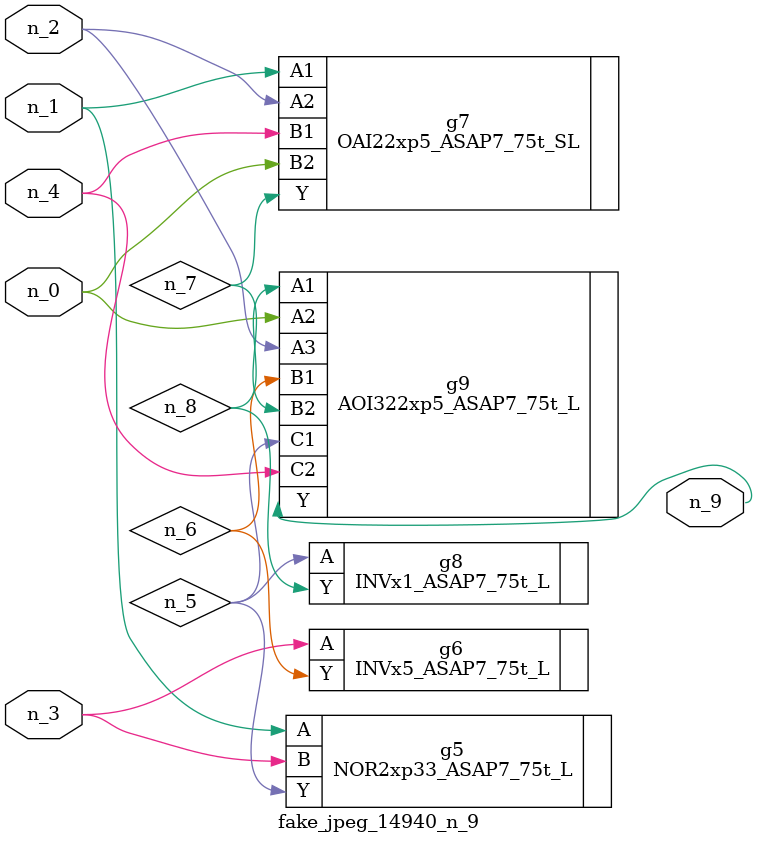
<source format=v>
module fake_jpeg_14940_n_9 (n_3, n_2, n_1, n_0, n_4, n_9);

input n_3;
input n_2;
input n_1;
input n_0;
input n_4;

output n_9;

wire n_8;
wire n_6;
wire n_5;
wire n_7;

NOR2xp33_ASAP7_75t_L g5 ( 
.A(n_1),
.B(n_3),
.Y(n_5)
);

INVx5_ASAP7_75t_L g6 ( 
.A(n_3),
.Y(n_6)
);

OAI22xp5_ASAP7_75t_SL g7 ( 
.A1(n_1),
.A2(n_2),
.B1(n_4),
.B2(n_0),
.Y(n_7)
);

INVx1_ASAP7_75t_L g8 ( 
.A(n_5),
.Y(n_8)
);

AOI322xp5_ASAP7_75t_L g9 ( 
.A1(n_8),
.A2(n_0),
.A3(n_2),
.B1(n_6),
.B2(n_7),
.C1(n_5),
.C2(n_4),
.Y(n_9)
);


endmodule
</source>
